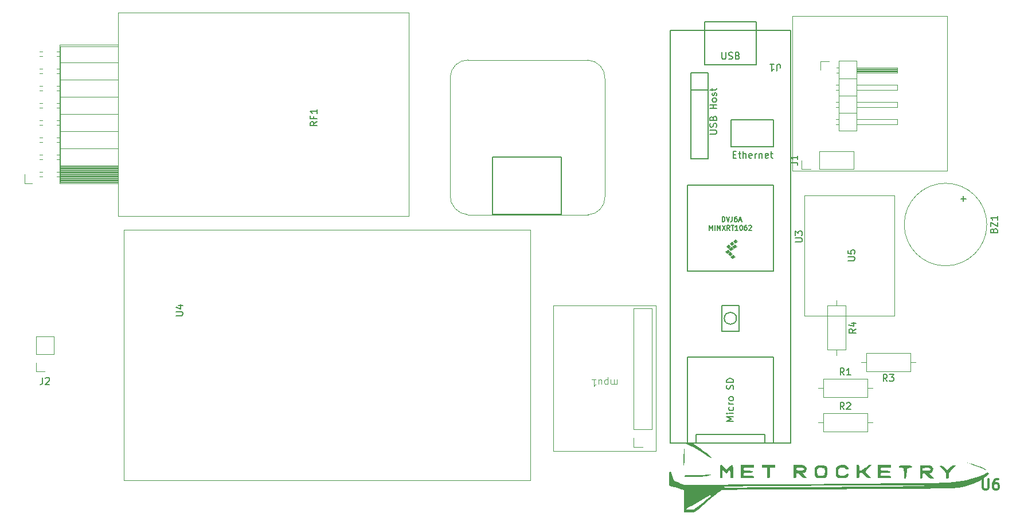
<source format=gto>
G04 #@! TF.GenerationSoftware,KiCad,Pcbnew,8.0.3*
G04 #@! TF.CreationDate,2024-07-05T00:01:19-04:00*
G04 #@! TF.ProjectId,rrc_pcb2,7272635f-7063-4623-922e-6b696361645f,3*
G04 #@! TF.SameCoordinates,Original*
G04 #@! TF.FileFunction,Legend,Top*
G04 #@! TF.FilePolarity,Positive*
%FSLAX46Y46*%
G04 Gerber Fmt 4.6, Leading zero omitted, Abs format (unit mm)*
G04 Created by KiCad (PCBNEW 8.0.3) date 2024-07-05 00:01:19*
%MOMM*%
%LPD*%
G01*
G04 APERTURE LIST*
%ADD10C,0.150000*%
%ADD11C,0.300000*%
%ADD12C,0.100000*%
%ADD13C,0.120000*%
%ADD14C,0.000000*%
%ADD15C,0.050000*%
%ADD16C,0.127000*%
%ADD17C,1.600000*%
%ADD18O,1.600000X1.600000*%
%ADD19R,1.700000X1.700000*%
%ADD20O,1.700000X1.700000*%
%ADD21R,1.600000X1.600000*%
%ADD22C,1.300000*%
%ADD23R,1.300000X1.300000*%
%ADD24C,1.700000*%
%ADD25R,2.000000X2.000000*%
%ADD26C,2.000000*%
%ADD27C,2.100000*%
%ADD28O,2.286000X4.470400*%
%ADD29C,1.801600*%
G04 APERTURE END LIST*
D10*
X171283333Y-76484819D02*
X170950000Y-76008628D01*
X170711905Y-76484819D02*
X170711905Y-75484819D01*
X170711905Y-75484819D02*
X171092857Y-75484819D01*
X171092857Y-75484819D02*
X171188095Y-75532438D01*
X171188095Y-75532438D02*
X171235714Y-75580057D01*
X171235714Y-75580057D02*
X171283333Y-75675295D01*
X171283333Y-75675295D02*
X171283333Y-75818152D01*
X171283333Y-75818152D02*
X171235714Y-75913390D01*
X171235714Y-75913390D02*
X171188095Y-75961009D01*
X171188095Y-75961009D02*
X171092857Y-76008628D01*
X171092857Y-76008628D02*
X170711905Y-76008628D01*
X171616667Y-75484819D02*
X172235714Y-75484819D01*
X172235714Y-75484819D02*
X171902381Y-75865771D01*
X171902381Y-75865771D02*
X172045238Y-75865771D01*
X172045238Y-75865771D02*
X172140476Y-75913390D01*
X172140476Y-75913390D02*
X172188095Y-75961009D01*
X172188095Y-75961009D02*
X172235714Y-76056247D01*
X172235714Y-76056247D02*
X172235714Y-76294342D01*
X172235714Y-76294342D02*
X172188095Y-76389580D01*
X172188095Y-76389580D02*
X172140476Y-76437200D01*
X172140476Y-76437200D02*
X172045238Y-76484819D01*
X172045238Y-76484819D02*
X171759524Y-76484819D01*
X171759524Y-76484819D02*
X171664286Y-76437200D01*
X171664286Y-76437200D02*
X171616667Y-76389580D01*
X166654819Y-68746666D02*
X166178628Y-69079999D01*
X166654819Y-69318094D02*
X165654819Y-69318094D01*
X165654819Y-69318094D02*
X165654819Y-68937142D01*
X165654819Y-68937142D02*
X165702438Y-68841904D01*
X165702438Y-68841904D02*
X165750057Y-68794285D01*
X165750057Y-68794285D02*
X165845295Y-68746666D01*
X165845295Y-68746666D02*
X165988152Y-68746666D01*
X165988152Y-68746666D02*
X166083390Y-68794285D01*
X166083390Y-68794285D02*
X166131009Y-68841904D01*
X166131009Y-68841904D02*
X166178628Y-68937142D01*
X166178628Y-68937142D02*
X166178628Y-69318094D01*
X165988152Y-67889523D02*
X166654819Y-67889523D01*
X165607200Y-68127618D02*
X166321485Y-68365713D01*
X166321485Y-68365713D02*
X166321485Y-67746666D01*
X46576666Y-75949819D02*
X46576666Y-76664104D01*
X46576666Y-76664104D02*
X46529047Y-76806961D01*
X46529047Y-76806961D02*
X46433809Y-76902200D01*
X46433809Y-76902200D02*
X46290952Y-76949819D01*
X46290952Y-76949819D02*
X46195714Y-76949819D01*
X47005238Y-76045057D02*
X47052857Y-75997438D01*
X47052857Y-75997438D02*
X47148095Y-75949819D01*
X47148095Y-75949819D02*
X47386190Y-75949819D01*
X47386190Y-75949819D02*
X47481428Y-75997438D01*
X47481428Y-75997438D02*
X47529047Y-76045057D01*
X47529047Y-76045057D02*
X47576666Y-76140295D01*
X47576666Y-76140295D02*
X47576666Y-76235533D01*
X47576666Y-76235533D02*
X47529047Y-76378390D01*
X47529047Y-76378390D02*
X46957619Y-76949819D01*
X46957619Y-76949819D02*
X47576666Y-76949819D01*
X157749645Y-55879187D02*
X158559168Y-55879187D01*
X158559168Y-55879187D02*
X158654406Y-55831568D01*
X158654406Y-55831568D02*
X158702026Y-55783949D01*
X158702026Y-55783949D02*
X158749645Y-55688711D01*
X158749645Y-55688711D02*
X158749645Y-55498235D01*
X158749645Y-55498235D02*
X158702026Y-55402997D01*
X158702026Y-55402997D02*
X158654406Y-55355378D01*
X158654406Y-55355378D02*
X158559168Y-55307759D01*
X158559168Y-55307759D02*
X157749645Y-55307759D01*
X157749645Y-54926806D02*
X157749645Y-54307759D01*
X157749645Y-54307759D02*
X158130597Y-54641092D01*
X158130597Y-54641092D02*
X158130597Y-54498235D01*
X158130597Y-54498235D02*
X158178216Y-54402997D01*
X158178216Y-54402997D02*
X158225835Y-54355378D01*
X158225835Y-54355378D02*
X158321073Y-54307759D01*
X158321073Y-54307759D02*
X158559168Y-54307759D01*
X158559168Y-54307759D02*
X158654406Y-54355378D01*
X158654406Y-54355378D02*
X158702026Y-54402997D01*
X158702026Y-54402997D02*
X158749645Y-54498235D01*
X158749645Y-54498235D02*
X158749645Y-54783949D01*
X158749645Y-54783949D02*
X158702026Y-54879187D01*
X158702026Y-54879187D02*
X158654406Y-54926806D01*
X148589645Y-82366330D02*
X147589645Y-82366330D01*
X147589645Y-82366330D02*
X148303930Y-82032997D01*
X148303930Y-82032997D02*
X147589645Y-81699664D01*
X147589645Y-81699664D02*
X148589645Y-81699664D01*
X148589645Y-81223473D02*
X147922978Y-81223473D01*
X147589645Y-81223473D02*
X147637264Y-81271092D01*
X147637264Y-81271092D02*
X147684883Y-81223473D01*
X147684883Y-81223473D02*
X147637264Y-81175854D01*
X147637264Y-81175854D02*
X147589645Y-81223473D01*
X147589645Y-81223473D02*
X147684883Y-81223473D01*
X148542026Y-80318712D02*
X148589645Y-80413950D01*
X148589645Y-80413950D02*
X148589645Y-80604426D01*
X148589645Y-80604426D02*
X148542026Y-80699664D01*
X148542026Y-80699664D02*
X148494406Y-80747283D01*
X148494406Y-80747283D02*
X148399168Y-80794902D01*
X148399168Y-80794902D02*
X148113454Y-80794902D01*
X148113454Y-80794902D02*
X148018216Y-80747283D01*
X148018216Y-80747283D02*
X147970597Y-80699664D01*
X147970597Y-80699664D02*
X147922978Y-80604426D01*
X147922978Y-80604426D02*
X147922978Y-80413950D01*
X147922978Y-80413950D02*
X147970597Y-80318712D01*
X148589645Y-79890140D02*
X147922978Y-79890140D01*
X148113454Y-79890140D02*
X148018216Y-79842521D01*
X148018216Y-79842521D02*
X147970597Y-79794902D01*
X147970597Y-79794902D02*
X147922978Y-79699664D01*
X147922978Y-79699664D02*
X147922978Y-79604426D01*
X148589645Y-79128235D02*
X148542026Y-79223473D01*
X148542026Y-79223473D02*
X148494406Y-79271092D01*
X148494406Y-79271092D02*
X148399168Y-79318711D01*
X148399168Y-79318711D02*
X148113454Y-79318711D01*
X148113454Y-79318711D02*
X148018216Y-79271092D01*
X148018216Y-79271092D02*
X147970597Y-79223473D01*
X147970597Y-79223473D02*
X147922978Y-79128235D01*
X147922978Y-79128235D02*
X147922978Y-78985378D01*
X147922978Y-78985378D02*
X147970597Y-78890140D01*
X147970597Y-78890140D02*
X148018216Y-78842521D01*
X148018216Y-78842521D02*
X148113454Y-78794902D01*
X148113454Y-78794902D02*
X148399168Y-78794902D01*
X148399168Y-78794902D02*
X148494406Y-78842521D01*
X148494406Y-78842521D02*
X148542026Y-78890140D01*
X148542026Y-78890140D02*
X148589645Y-78985378D01*
X148589645Y-78985378D02*
X148589645Y-79128235D01*
X148542026Y-77652044D02*
X148589645Y-77509187D01*
X148589645Y-77509187D02*
X148589645Y-77271092D01*
X148589645Y-77271092D02*
X148542026Y-77175854D01*
X148542026Y-77175854D02*
X148494406Y-77128235D01*
X148494406Y-77128235D02*
X148399168Y-77080616D01*
X148399168Y-77080616D02*
X148303930Y-77080616D01*
X148303930Y-77080616D02*
X148208692Y-77128235D01*
X148208692Y-77128235D02*
X148161073Y-77175854D01*
X148161073Y-77175854D02*
X148113454Y-77271092D01*
X148113454Y-77271092D02*
X148065835Y-77461568D01*
X148065835Y-77461568D02*
X148018216Y-77556806D01*
X148018216Y-77556806D02*
X147970597Y-77604425D01*
X147970597Y-77604425D02*
X147875359Y-77652044D01*
X147875359Y-77652044D02*
X147780121Y-77652044D01*
X147780121Y-77652044D02*
X147684883Y-77604425D01*
X147684883Y-77604425D02*
X147637264Y-77556806D01*
X147637264Y-77556806D02*
X147589645Y-77461568D01*
X147589645Y-77461568D02*
X147589645Y-77223473D01*
X147589645Y-77223473D02*
X147637264Y-77080616D01*
X148589645Y-76652044D02*
X147589645Y-76652044D01*
X147589645Y-76652044D02*
X147589645Y-76413949D01*
X147589645Y-76413949D02*
X147637264Y-76271092D01*
X147637264Y-76271092D02*
X147732502Y-76175854D01*
X147732502Y-76175854D02*
X147827740Y-76128235D01*
X147827740Y-76128235D02*
X148018216Y-76080616D01*
X148018216Y-76080616D02*
X148161073Y-76080616D01*
X148161073Y-76080616D02*
X148351549Y-76128235D01*
X148351549Y-76128235D02*
X148446787Y-76175854D01*
X148446787Y-76175854D02*
X148542026Y-76271092D01*
X148542026Y-76271092D02*
X148589645Y-76413949D01*
X148589645Y-76413949D02*
X148589645Y-76652044D01*
X145051492Y-54163316D02*
X145051492Y-53463316D01*
X145051492Y-53463316D02*
X145284826Y-53963316D01*
X145284826Y-53963316D02*
X145518159Y-53463316D01*
X145518159Y-53463316D02*
X145518159Y-54163316D01*
X145851492Y-54163316D02*
X145851492Y-53463316D01*
X146184825Y-54163316D02*
X146184825Y-53463316D01*
X146184825Y-53463316D02*
X146418159Y-53963316D01*
X146418159Y-53963316D02*
X146651492Y-53463316D01*
X146651492Y-53463316D02*
X146651492Y-54163316D01*
X146918159Y-53463316D02*
X147384825Y-54163316D01*
X147384825Y-53463316D02*
X146918159Y-54163316D01*
X148051492Y-54163316D02*
X147818159Y-53829983D01*
X147651492Y-54163316D02*
X147651492Y-53463316D01*
X147651492Y-53463316D02*
X147918159Y-53463316D01*
X147918159Y-53463316D02*
X147984826Y-53496649D01*
X147984826Y-53496649D02*
X148018159Y-53529983D01*
X148018159Y-53529983D02*
X148051492Y-53596649D01*
X148051492Y-53596649D02*
X148051492Y-53696649D01*
X148051492Y-53696649D02*
X148018159Y-53763316D01*
X148018159Y-53763316D02*
X147984826Y-53796649D01*
X147984826Y-53796649D02*
X147918159Y-53829983D01*
X147918159Y-53829983D02*
X147651492Y-53829983D01*
X148251492Y-53463316D02*
X148651492Y-53463316D01*
X148451492Y-54163316D02*
X148451492Y-53463316D01*
X149251492Y-54163316D02*
X148851492Y-54163316D01*
X149051492Y-54163316D02*
X149051492Y-53463316D01*
X149051492Y-53463316D02*
X148984825Y-53563316D01*
X148984825Y-53563316D02*
X148918159Y-53629983D01*
X148918159Y-53629983D02*
X148851492Y-53663316D01*
X149684826Y-53463316D02*
X149751492Y-53463316D01*
X149751492Y-53463316D02*
X149818159Y-53496649D01*
X149818159Y-53496649D02*
X149851492Y-53529983D01*
X149851492Y-53529983D02*
X149884826Y-53596649D01*
X149884826Y-53596649D02*
X149918159Y-53729983D01*
X149918159Y-53729983D02*
X149918159Y-53896649D01*
X149918159Y-53896649D02*
X149884826Y-54029983D01*
X149884826Y-54029983D02*
X149851492Y-54096649D01*
X149851492Y-54096649D02*
X149818159Y-54129983D01*
X149818159Y-54129983D02*
X149751492Y-54163316D01*
X149751492Y-54163316D02*
X149684826Y-54163316D01*
X149684826Y-54163316D02*
X149618159Y-54129983D01*
X149618159Y-54129983D02*
X149584826Y-54096649D01*
X149584826Y-54096649D02*
X149551492Y-54029983D01*
X149551492Y-54029983D02*
X149518159Y-53896649D01*
X149518159Y-53896649D02*
X149518159Y-53729983D01*
X149518159Y-53729983D02*
X149551492Y-53596649D01*
X149551492Y-53596649D02*
X149584826Y-53529983D01*
X149584826Y-53529983D02*
X149618159Y-53496649D01*
X149618159Y-53496649D02*
X149684826Y-53463316D01*
X150518159Y-53463316D02*
X150384826Y-53463316D01*
X150384826Y-53463316D02*
X150318159Y-53496649D01*
X150318159Y-53496649D02*
X150284826Y-53529983D01*
X150284826Y-53529983D02*
X150218159Y-53629983D01*
X150218159Y-53629983D02*
X150184826Y-53763316D01*
X150184826Y-53763316D02*
X150184826Y-54029983D01*
X150184826Y-54029983D02*
X150218159Y-54096649D01*
X150218159Y-54096649D02*
X150251493Y-54129983D01*
X150251493Y-54129983D02*
X150318159Y-54163316D01*
X150318159Y-54163316D02*
X150451493Y-54163316D01*
X150451493Y-54163316D02*
X150518159Y-54129983D01*
X150518159Y-54129983D02*
X150551493Y-54096649D01*
X150551493Y-54096649D02*
X150584826Y-54029983D01*
X150584826Y-54029983D02*
X150584826Y-53863316D01*
X150584826Y-53863316D02*
X150551493Y-53796649D01*
X150551493Y-53796649D02*
X150518159Y-53763316D01*
X150518159Y-53763316D02*
X150451493Y-53729983D01*
X150451493Y-53729983D02*
X150318159Y-53729983D01*
X150318159Y-53729983D02*
X150251493Y-53763316D01*
X150251493Y-53763316D02*
X150218159Y-53796649D01*
X150218159Y-53796649D02*
X150184826Y-53863316D01*
X150851493Y-53529983D02*
X150884826Y-53496649D01*
X150884826Y-53496649D02*
X150951493Y-53463316D01*
X150951493Y-53463316D02*
X151118160Y-53463316D01*
X151118160Y-53463316D02*
X151184826Y-53496649D01*
X151184826Y-53496649D02*
X151218160Y-53529983D01*
X151218160Y-53529983D02*
X151251493Y-53596649D01*
X151251493Y-53596649D02*
X151251493Y-53663316D01*
X151251493Y-53663316D02*
X151218160Y-53763316D01*
X151218160Y-53763316D02*
X150818160Y-54163316D01*
X150818160Y-54163316D02*
X151251493Y-54163316D01*
X145100445Y-39961006D02*
X145909968Y-39961006D01*
X145909968Y-39961006D02*
X146005206Y-39913387D01*
X146005206Y-39913387D02*
X146052826Y-39865768D01*
X146052826Y-39865768D02*
X146100445Y-39770530D01*
X146100445Y-39770530D02*
X146100445Y-39580054D01*
X146100445Y-39580054D02*
X146052826Y-39484816D01*
X146052826Y-39484816D02*
X146005206Y-39437197D01*
X146005206Y-39437197D02*
X145909968Y-39389578D01*
X145909968Y-39389578D02*
X145100445Y-39389578D01*
X146052826Y-38961006D02*
X146100445Y-38818149D01*
X146100445Y-38818149D02*
X146100445Y-38580054D01*
X146100445Y-38580054D02*
X146052826Y-38484816D01*
X146052826Y-38484816D02*
X146005206Y-38437197D01*
X146005206Y-38437197D02*
X145909968Y-38389578D01*
X145909968Y-38389578D02*
X145814730Y-38389578D01*
X145814730Y-38389578D02*
X145719492Y-38437197D01*
X145719492Y-38437197D02*
X145671873Y-38484816D01*
X145671873Y-38484816D02*
X145624254Y-38580054D01*
X145624254Y-38580054D02*
X145576635Y-38770530D01*
X145576635Y-38770530D02*
X145529016Y-38865768D01*
X145529016Y-38865768D02*
X145481397Y-38913387D01*
X145481397Y-38913387D02*
X145386159Y-38961006D01*
X145386159Y-38961006D02*
X145290921Y-38961006D01*
X145290921Y-38961006D02*
X145195683Y-38913387D01*
X145195683Y-38913387D02*
X145148064Y-38865768D01*
X145148064Y-38865768D02*
X145100445Y-38770530D01*
X145100445Y-38770530D02*
X145100445Y-38532435D01*
X145100445Y-38532435D02*
X145148064Y-38389578D01*
X145576635Y-37627673D02*
X145624254Y-37484816D01*
X145624254Y-37484816D02*
X145671873Y-37437197D01*
X145671873Y-37437197D02*
X145767111Y-37389578D01*
X145767111Y-37389578D02*
X145909968Y-37389578D01*
X145909968Y-37389578D02*
X146005206Y-37437197D01*
X146005206Y-37437197D02*
X146052826Y-37484816D01*
X146052826Y-37484816D02*
X146100445Y-37580054D01*
X146100445Y-37580054D02*
X146100445Y-37961006D01*
X146100445Y-37961006D02*
X145100445Y-37961006D01*
X145100445Y-37961006D02*
X145100445Y-37627673D01*
X145100445Y-37627673D02*
X145148064Y-37532435D01*
X145148064Y-37532435D02*
X145195683Y-37484816D01*
X145195683Y-37484816D02*
X145290921Y-37437197D01*
X145290921Y-37437197D02*
X145386159Y-37437197D01*
X145386159Y-37437197D02*
X145481397Y-37484816D01*
X145481397Y-37484816D02*
X145529016Y-37532435D01*
X145529016Y-37532435D02*
X145576635Y-37627673D01*
X145576635Y-37627673D02*
X145576635Y-37961006D01*
X146100445Y-36199101D02*
X145100445Y-36199101D01*
X145576635Y-36199101D02*
X145576635Y-35627673D01*
X146100445Y-35627673D02*
X145100445Y-35627673D01*
X146100445Y-35008625D02*
X146052826Y-35103863D01*
X146052826Y-35103863D02*
X146005206Y-35151482D01*
X146005206Y-35151482D02*
X145909968Y-35199101D01*
X145909968Y-35199101D02*
X145624254Y-35199101D01*
X145624254Y-35199101D02*
X145529016Y-35151482D01*
X145529016Y-35151482D02*
X145481397Y-35103863D01*
X145481397Y-35103863D02*
X145433778Y-35008625D01*
X145433778Y-35008625D02*
X145433778Y-34865768D01*
X145433778Y-34865768D02*
X145481397Y-34770530D01*
X145481397Y-34770530D02*
X145529016Y-34722911D01*
X145529016Y-34722911D02*
X145624254Y-34675292D01*
X145624254Y-34675292D02*
X145909968Y-34675292D01*
X145909968Y-34675292D02*
X146005206Y-34722911D01*
X146005206Y-34722911D02*
X146052826Y-34770530D01*
X146052826Y-34770530D02*
X146100445Y-34865768D01*
X146100445Y-34865768D02*
X146100445Y-35008625D01*
X146052826Y-34294339D02*
X146100445Y-34199101D01*
X146100445Y-34199101D02*
X146100445Y-34008625D01*
X146100445Y-34008625D02*
X146052826Y-33913387D01*
X146052826Y-33913387D02*
X145957587Y-33865768D01*
X145957587Y-33865768D02*
X145909968Y-33865768D01*
X145909968Y-33865768D02*
X145814730Y-33913387D01*
X145814730Y-33913387D02*
X145767111Y-34008625D01*
X145767111Y-34008625D02*
X145767111Y-34151482D01*
X145767111Y-34151482D02*
X145719492Y-34246720D01*
X145719492Y-34246720D02*
X145624254Y-34294339D01*
X145624254Y-34294339D02*
X145576635Y-34294339D01*
X145576635Y-34294339D02*
X145481397Y-34246720D01*
X145481397Y-34246720D02*
X145433778Y-34151482D01*
X145433778Y-34151482D02*
X145433778Y-34008625D01*
X145433778Y-34008625D02*
X145481397Y-33913387D01*
X145433778Y-33580053D02*
X145433778Y-33199101D01*
X145100445Y-33437196D02*
X145957587Y-33437196D01*
X145957587Y-33437196D02*
X146052826Y-33389577D01*
X146052826Y-33389577D02*
X146100445Y-33294339D01*
X146100445Y-33294339D02*
X146100445Y-33199101D01*
X146872921Y-27902102D02*
X146872921Y-28711625D01*
X146872921Y-28711625D02*
X146920540Y-28806863D01*
X146920540Y-28806863D02*
X146968159Y-28854483D01*
X146968159Y-28854483D02*
X147063397Y-28902102D01*
X147063397Y-28902102D02*
X147253873Y-28902102D01*
X147253873Y-28902102D02*
X147349111Y-28854483D01*
X147349111Y-28854483D02*
X147396730Y-28806863D01*
X147396730Y-28806863D02*
X147444349Y-28711625D01*
X147444349Y-28711625D02*
X147444349Y-27902102D01*
X147872921Y-28854483D02*
X148015778Y-28902102D01*
X148015778Y-28902102D02*
X148253873Y-28902102D01*
X148253873Y-28902102D02*
X148349111Y-28854483D01*
X148349111Y-28854483D02*
X148396730Y-28806863D01*
X148396730Y-28806863D02*
X148444349Y-28711625D01*
X148444349Y-28711625D02*
X148444349Y-28616387D01*
X148444349Y-28616387D02*
X148396730Y-28521149D01*
X148396730Y-28521149D02*
X148349111Y-28473530D01*
X148349111Y-28473530D02*
X148253873Y-28425911D01*
X148253873Y-28425911D02*
X148063397Y-28378292D01*
X148063397Y-28378292D02*
X147968159Y-28330673D01*
X147968159Y-28330673D02*
X147920540Y-28283054D01*
X147920540Y-28283054D02*
X147872921Y-28187816D01*
X147872921Y-28187816D02*
X147872921Y-28092578D01*
X147872921Y-28092578D02*
X147920540Y-27997340D01*
X147920540Y-27997340D02*
X147968159Y-27949721D01*
X147968159Y-27949721D02*
X148063397Y-27902102D01*
X148063397Y-27902102D02*
X148301492Y-27902102D01*
X148301492Y-27902102D02*
X148444349Y-27949721D01*
X149206254Y-28378292D02*
X149349111Y-28425911D01*
X149349111Y-28425911D02*
X149396730Y-28473530D01*
X149396730Y-28473530D02*
X149444349Y-28568768D01*
X149444349Y-28568768D02*
X149444349Y-28711625D01*
X149444349Y-28711625D02*
X149396730Y-28806863D01*
X149396730Y-28806863D02*
X149349111Y-28854483D01*
X149349111Y-28854483D02*
X149253873Y-28902102D01*
X149253873Y-28902102D02*
X148872921Y-28902102D01*
X148872921Y-28902102D02*
X148872921Y-27902102D01*
X148872921Y-27902102D02*
X149206254Y-27902102D01*
X149206254Y-27902102D02*
X149301492Y-27949721D01*
X149301492Y-27949721D02*
X149349111Y-27997340D01*
X149349111Y-27997340D02*
X149396730Y-28092578D01*
X149396730Y-28092578D02*
X149396730Y-28187816D01*
X149396730Y-28187816D02*
X149349111Y-28283054D01*
X149349111Y-28283054D02*
X149301492Y-28330673D01*
X149301492Y-28330673D02*
X149206254Y-28378292D01*
X149206254Y-28378292D02*
X148872921Y-28378292D01*
X148554282Y-42983292D02*
X148887615Y-42983292D01*
X149030472Y-43507102D02*
X148554282Y-43507102D01*
X148554282Y-43507102D02*
X148554282Y-42507102D01*
X148554282Y-42507102D02*
X149030472Y-42507102D01*
X149316187Y-42840435D02*
X149697139Y-42840435D01*
X149459044Y-42507102D02*
X149459044Y-43364244D01*
X149459044Y-43364244D02*
X149506663Y-43459483D01*
X149506663Y-43459483D02*
X149601901Y-43507102D01*
X149601901Y-43507102D02*
X149697139Y-43507102D01*
X150030473Y-43507102D02*
X150030473Y-42507102D01*
X150459044Y-43507102D02*
X150459044Y-42983292D01*
X150459044Y-42983292D02*
X150411425Y-42888054D01*
X150411425Y-42888054D02*
X150316187Y-42840435D01*
X150316187Y-42840435D02*
X150173330Y-42840435D01*
X150173330Y-42840435D02*
X150078092Y-42888054D01*
X150078092Y-42888054D02*
X150030473Y-42935673D01*
X151316187Y-43459483D02*
X151220949Y-43507102D01*
X151220949Y-43507102D02*
X151030473Y-43507102D01*
X151030473Y-43507102D02*
X150935235Y-43459483D01*
X150935235Y-43459483D02*
X150887616Y-43364244D01*
X150887616Y-43364244D02*
X150887616Y-42983292D01*
X150887616Y-42983292D02*
X150935235Y-42888054D01*
X150935235Y-42888054D02*
X151030473Y-42840435D01*
X151030473Y-42840435D02*
X151220949Y-42840435D01*
X151220949Y-42840435D02*
X151316187Y-42888054D01*
X151316187Y-42888054D02*
X151363806Y-42983292D01*
X151363806Y-42983292D02*
X151363806Y-43078530D01*
X151363806Y-43078530D02*
X150887616Y-43173768D01*
X151792378Y-43507102D02*
X151792378Y-42840435D01*
X151792378Y-43030911D02*
X151839997Y-42935673D01*
X151839997Y-42935673D02*
X151887616Y-42888054D01*
X151887616Y-42888054D02*
X151982854Y-42840435D01*
X151982854Y-42840435D02*
X152078092Y-42840435D01*
X152411426Y-42840435D02*
X152411426Y-43507102D01*
X152411426Y-42935673D02*
X152459045Y-42888054D01*
X152459045Y-42888054D02*
X152554283Y-42840435D01*
X152554283Y-42840435D02*
X152697140Y-42840435D01*
X152697140Y-42840435D02*
X152792378Y-42888054D01*
X152792378Y-42888054D02*
X152839997Y-42983292D01*
X152839997Y-42983292D02*
X152839997Y-43507102D01*
X153697140Y-43459483D02*
X153601902Y-43507102D01*
X153601902Y-43507102D02*
X153411426Y-43507102D01*
X153411426Y-43507102D02*
X153316188Y-43459483D01*
X153316188Y-43459483D02*
X153268569Y-43364244D01*
X153268569Y-43364244D02*
X153268569Y-42983292D01*
X153268569Y-42983292D02*
X153316188Y-42888054D01*
X153316188Y-42888054D02*
X153411426Y-42840435D01*
X153411426Y-42840435D02*
X153601902Y-42840435D01*
X153601902Y-42840435D02*
X153697140Y-42888054D01*
X153697140Y-42888054D02*
X153744759Y-42983292D01*
X153744759Y-42983292D02*
X153744759Y-43078530D01*
X153744759Y-43078530D02*
X153268569Y-43173768D01*
X154030474Y-42840435D02*
X154411426Y-42840435D01*
X154173331Y-42507102D02*
X154173331Y-43364244D01*
X154173331Y-43364244D02*
X154220950Y-43459483D01*
X154220950Y-43459483D02*
X154316188Y-43507102D01*
X154316188Y-43507102D02*
X154411426Y-43507102D01*
X146931492Y-52893316D02*
X146931492Y-52193316D01*
X146931492Y-52193316D02*
X147098159Y-52193316D01*
X147098159Y-52193316D02*
X147198159Y-52226649D01*
X147198159Y-52226649D02*
X147264826Y-52293316D01*
X147264826Y-52293316D02*
X147298159Y-52359983D01*
X147298159Y-52359983D02*
X147331492Y-52493316D01*
X147331492Y-52493316D02*
X147331492Y-52593316D01*
X147331492Y-52593316D02*
X147298159Y-52726649D01*
X147298159Y-52726649D02*
X147264826Y-52793316D01*
X147264826Y-52793316D02*
X147198159Y-52859983D01*
X147198159Y-52859983D02*
X147098159Y-52893316D01*
X147098159Y-52893316D02*
X146931492Y-52893316D01*
X147531492Y-52193316D02*
X147764826Y-52893316D01*
X147764826Y-52893316D02*
X147998159Y-52193316D01*
X148431492Y-52193316D02*
X148431492Y-52693316D01*
X148431492Y-52693316D02*
X148398159Y-52793316D01*
X148398159Y-52793316D02*
X148331492Y-52859983D01*
X148331492Y-52859983D02*
X148231492Y-52893316D01*
X148231492Y-52893316D02*
X148164826Y-52893316D01*
X149064825Y-52193316D02*
X148931492Y-52193316D01*
X148931492Y-52193316D02*
X148864825Y-52226649D01*
X148864825Y-52226649D02*
X148831492Y-52259983D01*
X148831492Y-52259983D02*
X148764825Y-52359983D01*
X148764825Y-52359983D02*
X148731492Y-52493316D01*
X148731492Y-52493316D02*
X148731492Y-52759983D01*
X148731492Y-52759983D02*
X148764825Y-52826649D01*
X148764825Y-52826649D02*
X148798159Y-52859983D01*
X148798159Y-52859983D02*
X148864825Y-52893316D01*
X148864825Y-52893316D02*
X148998159Y-52893316D01*
X148998159Y-52893316D02*
X149064825Y-52859983D01*
X149064825Y-52859983D02*
X149098159Y-52826649D01*
X149098159Y-52826649D02*
X149131492Y-52759983D01*
X149131492Y-52759983D02*
X149131492Y-52593316D01*
X149131492Y-52593316D02*
X149098159Y-52526649D01*
X149098159Y-52526649D02*
X149064825Y-52493316D01*
X149064825Y-52493316D02*
X148998159Y-52459983D01*
X148998159Y-52459983D02*
X148864825Y-52459983D01*
X148864825Y-52459983D02*
X148798159Y-52493316D01*
X148798159Y-52493316D02*
X148764825Y-52526649D01*
X148764825Y-52526649D02*
X148731492Y-52593316D01*
X149398159Y-52693316D02*
X149731492Y-52693316D01*
X149331492Y-52893316D02*
X149564826Y-52193316D01*
X149564826Y-52193316D02*
X149798159Y-52893316D01*
X157086513Y-44168906D02*
X157800798Y-44168906D01*
X157800798Y-44168906D02*
X157943655Y-44216525D01*
X157943655Y-44216525D02*
X158038894Y-44311763D01*
X158038894Y-44311763D02*
X158086513Y-44454620D01*
X158086513Y-44454620D02*
X158086513Y-44549858D01*
X158086513Y-43168906D02*
X158086513Y-43740334D01*
X158086513Y-43454620D02*
X157086513Y-43454620D01*
X157086513Y-43454620D02*
X157229370Y-43549858D01*
X157229370Y-43549858D02*
X157324608Y-43645096D01*
X157324608Y-43645096D02*
X157372227Y-43740334D01*
X165506607Y-58648478D02*
X166316130Y-58648478D01*
X166316130Y-58648478D02*
X166411368Y-58600859D01*
X166411368Y-58600859D02*
X166458988Y-58553240D01*
X166458988Y-58553240D02*
X166506607Y-58458002D01*
X166506607Y-58458002D02*
X166506607Y-58267526D01*
X166506607Y-58267526D02*
X166458988Y-58172288D01*
X166458988Y-58172288D02*
X166411368Y-58124669D01*
X166411368Y-58124669D02*
X166316130Y-58077050D01*
X166316130Y-58077050D02*
X165506607Y-58077050D01*
X165506607Y-57124669D02*
X165506607Y-57600859D01*
X165506607Y-57600859D02*
X165982797Y-57648478D01*
X165982797Y-57648478D02*
X165935178Y-57600859D01*
X165935178Y-57600859D02*
X165887559Y-57505621D01*
X165887559Y-57505621D02*
X165887559Y-57267526D01*
X165887559Y-57267526D02*
X165935178Y-57172288D01*
X165935178Y-57172288D02*
X165982797Y-57124669D01*
X165982797Y-57124669D02*
X166078035Y-57077050D01*
X166078035Y-57077050D02*
X166316130Y-57077050D01*
X166316130Y-57077050D02*
X166411368Y-57124669D01*
X166411368Y-57124669D02*
X166458988Y-57172288D01*
X166458988Y-57172288D02*
X166506607Y-57267526D01*
X166506607Y-57267526D02*
X166506607Y-57505621D01*
X166506607Y-57505621D02*
X166458988Y-57600859D01*
X166458988Y-57600859D02*
X166411368Y-57648478D01*
X187037958Y-54210951D02*
X187085577Y-54068094D01*
X187085577Y-54068094D02*
X187133196Y-54020475D01*
X187133196Y-54020475D02*
X187228434Y-53972856D01*
X187228434Y-53972856D02*
X187371291Y-53972856D01*
X187371291Y-53972856D02*
X187466529Y-54020475D01*
X187466529Y-54020475D02*
X187514149Y-54068094D01*
X187514149Y-54068094D02*
X187561768Y-54163332D01*
X187561768Y-54163332D02*
X187561768Y-54544284D01*
X187561768Y-54544284D02*
X186561768Y-54544284D01*
X186561768Y-54544284D02*
X186561768Y-54210951D01*
X186561768Y-54210951D02*
X186609387Y-54115713D01*
X186609387Y-54115713D02*
X186657006Y-54068094D01*
X186657006Y-54068094D02*
X186752244Y-54020475D01*
X186752244Y-54020475D02*
X186847482Y-54020475D01*
X186847482Y-54020475D02*
X186942720Y-54068094D01*
X186942720Y-54068094D02*
X186990339Y-54115713D01*
X186990339Y-54115713D02*
X187037958Y-54210951D01*
X187037958Y-54210951D02*
X187037958Y-54544284D01*
X186561768Y-53639522D02*
X186561768Y-52972856D01*
X186561768Y-52972856D02*
X187561768Y-53639522D01*
X187561768Y-53639522D02*
X187561768Y-52972856D01*
X187561768Y-52068094D02*
X187561768Y-52639522D01*
X187561768Y-52353808D02*
X186561768Y-52353808D01*
X186561768Y-52353808D02*
X186704625Y-52449046D01*
X186704625Y-52449046D02*
X186799863Y-52544284D01*
X186799863Y-52544284D02*
X186847482Y-52639522D01*
X182520815Y-49900950D02*
X182520815Y-49139046D01*
X182901768Y-49519998D02*
X182139863Y-49519998D01*
X155546752Y-30682554D02*
X155546752Y-29873031D01*
X155546752Y-29873031D02*
X155499133Y-29777793D01*
X155499133Y-29777793D02*
X155451514Y-29730174D01*
X155451514Y-29730174D02*
X155356276Y-29682554D01*
X155356276Y-29682554D02*
X155165800Y-29682554D01*
X155165800Y-29682554D02*
X155070562Y-29730174D01*
X155070562Y-29730174D02*
X155022943Y-29777793D01*
X155022943Y-29777793D02*
X154975324Y-29873031D01*
X154975324Y-29873031D02*
X154975324Y-30682554D01*
X153975324Y-29682554D02*
X154546752Y-29682554D01*
X154261038Y-29682554D02*
X154261038Y-30682554D01*
X154261038Y-30682554D02*
X154356276Y-30539697D01*
X154356276Y-30539697D02*
X154451514Y-30444459D01*
X154451514Y-30444459D02*
X154546752Y-30396840D01*
D11*
X185403749Y-90967313D02*
X185403749Y-92201027D01*
X185403749Y-92201027D02*
X185476320Y-92346170D01*
X185476320Y-92346170D02*
X185548892Y-92418742D01*
X185548892Y-92418742D02*
X185694034Y-92491313D01*
X185694034Y-92491313D02*
X185984320Y-92491313D01*
X185984320Y-92491313D02*
X186129463Y-92418742D01*
X186129463Y-92418742D02*
X186202034Y-92346170D01*
X186202034Y-92346170D02*
X186274606Y-92201027D01*
X186274606Y-92201027D02*
X186274606Y-90967313D01*
X187653463Y-90967313D02*
X187363177Y-90967313D01*
X187363177Y-90967313D02*
X187218034Y-91039884D01*
X187218034Y-91039884D02*
X187145463Y-91112456D01*
X187145463Y-91112456D02*
X187000320Y-91330170D01*
X187000320Y-91330170D02*
X186927748Y-91620456D01*
X186927748Y-91620456D02*
X186927748Y-92201027D01*
X186927748Y-92201027D02*
X187000320Y-92346170D01*
X187000320Y-92346170D02*
X187072891Y-92418742D01*
X187072891Y-92418742D02*
X187218034Y-92491313D01*
X187218034Y-92491313D02*
X187508320Y-92491313D01*
X187508320Y-92491313D02*
X187653463Y-92418742D01*
X187653463Y-92418742D02*
X187726034Y-92346170D01*
X187726034Y-92346170D02*
X187798605Y-92201027D01*
X187798605Y-92201027D02*
X187798605Y-91838170D01*
X187798605Y-91838170D02*
X187726034Y-91693027D01*
X187726034Y-91693027D02*
X187653463Y-91620456D01*
X187653463Y-91620456D02*
X187508320Y-91547884D01*
X187508320Y-91547884D02*
X187218034Y-91547884D01*
X187218034Y-91547884D02*
X187072891Y-91620456D01*
X187072891Y-91620456D02*
X187000320Y-91693027D01*
X187000320Y-91693027D02*
X186927748Y-91838170D01*
D10*
X164933333Y-75554819D02*
X164600000Y-75078628D01*
X164361905Y-75554819D02*
X164361905Y-74554819D01*
X164361905Y-74554819D02*
X164742857Y-74554819D01*
X164742857Y-74554819D02*
X164838095Y-74602438D01*
X164838095Y-74602438D02*
X164885714Y-74650057D01*
X164885714Y-74650057D02*
X164933333Y-74745295D01*
X164933333Y-74745295D02*
X164933333Y-74888152D01*
X164933333Y-74888152D02*
X164885714Y-74983390D01*
X164885714Y-74983390D02*
X164838095Y-75031009D01*
X164838095Y-75031009D02*
X164742857Y-75078628D01*
X164742857Y-75078628D02*
X164361905Y-75078628D01*
X165885714Y-75554819D02*
X165314286Y-75554819D01*
X165600000Y-75554819D02*
X165600000Y-74554819D01*
X165600000Y-74554819D02*
X165504762Y-74697676D01*
X165504762Y-74697676D02*
X165409524Y-74792914D01*
X165409524Y-74792914D02*
X165314286Y-74840533D01*
X66286269Y-66778621D02*
X67095792Y-66778621D01*
X67095792Y-66778621D02*
X67191030Y-66731002D01*
X67191030Y-66731002D02*
X67238650Y-66683383D01*
X67238650Y-66683383D02*
X67286269Y-66588145D01*
X67286269Y-66588145D02*
X67286269Y-66397669D01*
X67286269Y-66397669D02*
X67238650Y-66302431D01*
X67238650Y-66302431D02*
X67191030Y-66254812D01*
X67191030Y-66254812D02*
X67095792Y-66207193D01*
X67095792Y-66207193D02*
X66286269Y-66207193D01*
X66619602Y-65302431D02*
X67286269Y-65302431D01*
X66238650Y-65540526D02*
X66952935Y-65778621D01*
X66952935Y-65778621D02*
X66952935Y-65159574D01*
X87109360Y-38152385D02*
X86633169Y-38485718D01*
X87109360Y-38723813D02*
X86109360Y-38723813D01*
X86109360Y-38723813D02*
X86109360Y-38342861D01*
X86109360Y-38342861D02*
X86156979Y-38247623D01*
X86156979Y-38247623D02*
X86204598Y-38200004D01*
X86204598Y-38200004D02*
X86299836Y-38152385D01*
X86299836Y-38152385D02*
X86442693Y-38152385D01*
X86442693Y-38152385D02*
X86537931Y-38200004D01*
X86537931Y-38200004D02*
X86585550Y-38247623D01*
X86585550Y-38247623D02*
X86633169Y-38342861D01*
X86633169Y-38342861D02*
X86633169Y-38723813D01*
X86585550Y-37390480D02*
X86585550Y-37723813D01*
X87109360Y-37723813D02*
X86109360Y-37723813D01*
X86109360Y-37723813D02*
X86109360Y-37247623D01*
X87109360Y-36342861D02*
X87109360Y-36914289D01*
X87109360Y-36628575D02*
X86109360Y-36628575D01*
X86109360Y-36628575D02*
X86252217Y-36723813D01*
X86252217Y-36723813D02*
X86347455Y-36819051D01*
X86347455Y-36819051D02*
X86395074Y-36914289D01*
D12*
X131349523Y-76242580D02*
X131349523Y-76909247D01*
X131349523Y-76814009D02*
X131301904Y-76861628D01*
X131301904Y-76861628D02*
X131206666Y-76909247D01*
X131206666Y-76909247D02*
X131063809Y-76909247D01*
X131063809Y-76909247D02*
X130968571Y-76861628D01*
X130968571Y-76861628D02*
X130920952Y-76766390D01*
X130920952Y-76766390D02*
X130920952Y-76242580D01*
X130920952Y-76766390D02*
X130873333Y-76861628D01*
X130873333Y-76861628D02*
X130778095Y-76909247D01*
X130778095Y-76909247D02*
X130635238Y-76909247D01*
X130635238Y-76909247D02*
X130539999Y-76861628D01*
X130539999Y-76861628D02*
X130492380Y-76766390D01*
X130492380Y-76766390D02*
X130492380Y-76242580D01*
X130016190Y-76909247D02*
X130016190Y-75909247D01*
X130016190Y-76861628D02*
X129920952Y-76909247D01*
X129920952Y-76909247D02*
X129730476Y-76909247D01*
X129730476Y-76909247D02*
X129635238Y-76861628D01*
X129635238Y-76861628D02*
X129587619Y-76814009D01*
X129587619Y-76814009D02*
X129540000Y-76718771D01*
X129540000Y-76718771D02*
X129540000Y-76433057D01*
X129540000Y-76433057D02*
X129587619Y-76337819D01*
X129587619Y-76337819D02*
X129635238Y-76290200D01*
X129635238Y-76290200D02*
X129730476Y-76242580D01*
X129730476Y-76242580D02*
X129920952Y-76242580D01*
X129920952Y-76242580D02*
X130016190Y-76290200D01*
X128682857Y-76909247D02*
X128682857Y-76242580D01*
X129111428Y-76909247D02*
X129111428Y-76385438D01*
X129111428Y-76385438D02*
X129063809Y-76290200D01*
X129063809Y-76290200D02*
X128968571Y-76242580D01*
X128968571Y-76242580D02*
X128825714Y-76242580D01*
X128825714Y-76242580D02*
X128730476Y-76290200D01*
X128730476Y-76290200D02*
X128682857Y-76337819D01*
X127682857Y-76242580D02*
X128254285Y-76242580D01*
X127968571Y-76242580D02*
X127968571Y-77242580D01*
X127968571Y-77242580D02*
X128063809Y-77099723D01*
X128063809Y-77099723D02*
X128159047Y-77004485D01*
X128159047Y-77004485D02*
X128254285Y-76956866D01*
D10*
X164933333Y-80634819D02*
X164600000Y-80158628D01*
X164361905Y-80634819D02*
X164361905Y-79634819D01*
X164361905Y-79634819D02*
X164742857Y-79634819D01*
X164742857Y-79634819D02*
X164838095Y-79682438D01*
X164838095Y-79682438D02*
X164885714Y-79730057D01*
X164885714Y-79730057D02*
X164933333Y-79825295D01*
X164933333Y-79825295D02*
X164933333Y-79968152D01*
X164933333Y-79968152D02*
X164885714Y-80063390D01*
X164885714Y-80063390D02*
X164838095Y-80111009D01*
X164838095Y-80111009D02*
X164742857Y-80158628D01*
X164742857Y-80158628D02*
X164361905Y-80158628D01*
X165314286Y-79730057D02*
X165361905Y-79682438D01*
X165361905Y-79682438D02*
X165457143Y-79634819D01*
X165457143Y-79634819D02*
X165695238Y-79634819D01*
X165695238Y-79634819D02*
X165790476Y-79682438D01*
X165790476Y-79682438D02*
X165838095Y-79730057D01*
X165838095Y-79730057D02*
X165885714Y-79825295D01*
X165885714Y-79825295D02*
X165885714Y-79920533D01*
X165885714Y-79920533D02*
X165838095Y-80063390D01*
X165838095Y-80063390D02*
X165266667Y-80634819D01*
X165266667Y-80634819D02*
X165885714Y-80634819D01*
D13*
X167410000Y-73660000D02*
X168180000Y-73660000D01*
X168180000Y-72290000D02*
X168180000Y-75030000D01*
X168180000Y-75030000D02*
X174720000Y-75030000D01*
X174720000Y-72290000D02*
X168180000Y-72290000D01*
X174720000Y-75030000D02*
X174720000Y-72290000D01*
X175490000Y-73660000D02*
X174720000Y-73660000D01*
X162460000Y-65310000D02*
X162460000Y-71850000D01*
X162460000Y-71850000D02*
X165200000Y-71850000D01*
X163830000Y-64540000D02*
X163830000Y-65310000D01*
X163830000Y-72620000D02*
X163830000Y-71850000D01*
X165200000Y-65310000D02*
X162460000Y-65310000D01*
X165200000Y-71850000D02*
X165200000Y-65310000D01*
X45580000Y-72455000D02*
X45580000Y-69855000D01*
X45580000Y-75055000D02*
X45580000Y-73725000D01*
X46910000Y-75055000D02*
X45580000Y-75055000D01*
X48240000Y-69855000D02*
X45580000Y-69855000D01*
X48240000Y-72455000D02*
X45580000Y-72455000D01*
X48240000Y-72455000D02*
X48240000Y-69855000D01*
D10*
X139244826Y-24637283D02*
X157024826Y-24637283D01*
X139244826Y-85597283D02*
X139244826Y-24637283D01*
X141784826Y-47497283D02*
X141784826Y-60197283D01*
X141784826Y-60197283D02*
X154484826Y-60197283D01*
X141784826Y-72897283D02*
X141784826Y-85597283D01*
X142295626Y-30936483D02*
X144835626Y-30936483D01*
X142295626Y-43636483D02*
X142295626Y-30936483D01*
X143054826Y-84327283D02*
X143054826Y-85597283D01*
X144324826Y-23367283D02*
X151944826Y-23367283D01*
X144324826Y-24637283D02*
X144324826Y-23367283D01*
X144324826Y-29717283D02*
X144324826Y-24637283D01*
X144324826Y-29717283D02*
X151944826Y-29717283D01*
X144835626Y-30936483D02*
X144835626Y-33476483D01*
X144835626Y-30936483D02*
X144835626Y-43636483D01*
X144835626Y-33476483D02*
X142295626Y-33476483D01*
X144835626Y-43636483D02*
X142295626Y-43636483D01*
X146864826Y-65277283D02*
X149404826Y-65277283D01*
X146864826Y-69087283D02*
X146864826Y-65277283D01*
X148236426Y-37867283D02*
X148236426Y-41867283D01*
X148236426Y-41867283D02*
X154486426Y-41867283D01*
X149404826Y-65277283D02*
X149404826Y-69087283D01*
X149404826Y-69087283D02*
X146864826Y-69087283D01*
X151944826Y-23367283D02*
X151944826Y-24637283D01*
X151944826Y-29717283D02*
X151944826Y-24637283D01*
X153214826Y-84327283D02*
X143054826Y-84327283D01*
X153214826Y-85597283D02*
X153214826Y-84327283D01*
X154236426Y-37867283D02*
X148236426Y-37867283D01*
X154484826Y-47497283D02*
X141784826Y-47497283D01*
X154484826Y-60197283D02*
X154484826Y-47497283D01*
X154484826Y-72897283D02*
X141784826Y-72897283D01*
X154484826Y-85597283D02*
X154484826Y-72897283D01*
X154486426Y-37867283D02*
X154236426Y-37867283D01*
X154486426Y-41867283D02*
X154486426Y-37867283D01*
X157024826Y-24637283D02*
X157024826Y-85597283D01*
X157024826Y-85597283D02*
X139244826Y-85597283D01*
X149032852Y-67182283D02*
G75*
G02*
X147236800Y-67182283I-898026J0D01*
G01*
X147236800Y-67182283D02*
G75*
G02*
X149032852Y-67182283I898026J0D01*
G01*
D12*
X148060826Y-57298283D02*
X147679826Y-57552283D01*
X147425826Y-57298283D01*
X147806826Y-57044283D01*
X148060826Y-57298283D01*
G36*
X148060826Y-57298283D02*
G01*
X147679826Y-57552283D01*
X147425826Y-57298283D01*
X147806826Y-57044283D01*
X148060826Y-57298283D01*
G37*
X148187826Y-56536283D02*
X147806826Y-56790283D01*
X147552826Y-56536283D01*
X147933826Y-56282283D01*
X148187826Y-56536283D01*
G36*
X148187826Y-56536283D02*
G01*
X147806826Y-56790283D01*
X147552826Y-56536283D01*
X147933826Y-56282283D01*
X148187826Y-56536283D01*
G37*
X148441826Y-57679283D02*
X148060826Y-57933283D01*
X147806826Y-57679283D01*
X148187826Y-57425283D01*
X148441826Y-57679283D01*
G36*
X148441826Y-57679283D02*
G01*
X148060826Y-57933283D01*
X147806826Y-57679283D01*
X148187826Y-57425283D01*
X148441826Y-57679283D01*
G37*
X148568826Y-56917283D02*
X148187826Y-57171283D01*
X147933826Y-56917283D01*
X148314826Y-56663283D01*
X148568826Y-56917283D01*
G36*
X148568826Y-56917283D02*
G01*
X148187826Y-57171283D01*
X147933826Y-56917283D01*
X148314826Y-56663283D01*
X148568826Y-56917283D01*
G37*
X148695826Y-56155283D02*
X148314826Y-56409283D01*
X148060826Y-56155283D01*
X148441826Y-55901283D01*
X148695826Y-56155283D01*
G36*
X148695826Y-56155283D02*
G01*
X148314826Y-56409283D01*
X148060826Y-56155283D01*
X148441826Y-55901283D01*
X148695826Y-56155283D01*
G37*
X148822826Y-58060283D02*
X148441826Y-58314283D01*
X148187826Y-58060283D01*
X148568826Y-57806283D01*
X148822826Y-58060283D01*
G36*
X148822826Y-58060283D02*
G01*
X148441826Y-58314283D01*
X148187826Y-58060283D01*
X148568826Y-57806283D01*
X148822826Y-58060283D01*
G37*
X149076826Y-56536283D02*
X148695826Y-56790283D01*
X148441826Y-56536283D01*
X148822826Y-56282283D01*
X149076826Y-56536283D01*
G36*
X149076826Y-56536283D02*
G01*
X148695826Y-56790283D01*
X148441826Y-56536283D01*
X148822826Y-56282283D01*
X149076826Y-56536283D01*
G37*
X149203826Y-55774283D02*
X148822826Y-56028283D01*
X148568826Y-55774283D01*
X148949826Y-55520283D01*
X149203826Y-55774283D01*
G36*
X149203826Y-55774283D02*
G01*
X148822826Y-56028283D01*
X148568826Y-55774283D01*
X148949826Y-55520283D01*
X149203826Y-55774283D01*
G37*
D13*
X158631694Y-45165573D02*
X158631694Y-43835573D01*
X159961694Y-45165573D02*
X158631694Y-45165573D01*
X161231694Y-42505573D02*
X166371694Y-42505573D01*
X161231694Y-45165573D02*
X161231694Y-42505573D01*
X161231694Y-45165573D02*
X166371694Y-45165573D01*
X166371694Y-45165573D02*
X166371694Y-42505573D01*
X159066788Y-48996574D02*
X159066788Y-66776574D01*
X159066788Y-66776574D02*
X172401788Y-66776574D01*
X172401788Y-48996574D02*
X159066788Y-48996574D01*
X172401788Y-66776574D02*
X172401788Y-48996574D01*
X186006949Y-53329999D02*
G75*
G02*
X173806949Y-53329999I-6100000J0D01*
G01*
X173806949Y-53329999D02*
G75*
G02*
X186006949Y-53329999I6100000J0D01*
G01*
X161424739Y-29236384D02*
X162694739Y-29236384D01*
X161424739Y-30506384D02*
X161424739Y-29236384D01*
X163737668Y-32666384D02*
X164134739Y-32666384D01*
X163737668Y-33426384D02*
X164134739Y-33426384D01*
X163737668Y-35206384D02*
X164134739Y-35206384D01*
X163737668Y-35966384D02*
X164134739Y-35966384D01*
X163737668Y-37746384D02*
X164134739Y-37746384D01*
X163737668Y-38506384D02*
X164134739Y-38506384D01*
X163804739Y-30126384D02*
X164134739Y-30126384D01*
X163804739Y-30886384D02*
X164134739Y-30886384D01*
X164134739Y-29176384D02*
X164134739Y-39456384D01*
X164134739Y-31776384D02*
X166794739Y-31776384D01*
X164134739Y-34316384D02*
X166794739Y-34316384D01*
X164134739Y-36856384D02*
X166794739Y-36856384D01*
X164134739Y-39456384D02*
X166794739Y-39456384D01*
X166794739Y-29176384D02*
X164134739Y-29176384D01*
X166794739Y-30126384D02*
X172794739Y-30126384D01*
X166794739Y-30186384D02*
X172794739Y-30186384D01*
X166794739Y-30306384D02*
X172794739Y-30306384D01*
X166794739Y-30426384D02*
X172794739Y-30426384D01*
X166794739Y-30546384D02*
X172794739Y-30546384D01*
X166794739Y-30666384D02*
X172794739Y-30666384D01*
X166794739Y-30786384D02*
X172794739Y-30786384D01*
X166794739Y-32666384D02*
X172794739Y-32666384D01*
X166794739Y-35206384D02*
X172794739Y-35206384D01*
X166794739Y-37746384D02*
X172794739Y-37746384D01*
X166794739Y-39456384D02*
X166794739Y-29176384D01*
X172794739Y-30126384D02*
X172794739Y-30886384D01*
X172794739Y-30886384D02*
X166794739Y-30886384D01*
X172794739Y-32666384D02*
X172794739Y-33426384D01*
X172794739Y-33426384D02*
X166794739Y-33426384D01*
X172794739Y-35206384D02*
X172794739Y-35966384D01*
X172794739Y-35966384D02*
X166794739Y-35966384D01*
X172794739Y-37746384D02*
X172794739Y-38506384D01*
X172794739Y-38506384D02*
X166794739Y-38506384D01*
X180184848Y-22517374D02*
X157324848Y-22517374D01*
X157324848Y-45377374D01*
X180184848Y-45377374D01*
X180184848Y-22517374D01*
D14*
G36*
X182499792Y-88377436D02*
G01*
X182457459Y-88419770D01*
X182415126Y-88377436D01*
X182457459Y-88335103D01*
X182499792Y-88377436D01*
G37*
G36*
X182894903Y-88447992D02*
G01*
X182883281Y-88498326D01*
X182838459Y-88504436D01*
X182768769Y-88473458D01*
X182782014Y-88447992D01*
X182882494Y-88437859D01*
X182894903Y-88447992D01*
G37*
G36*
X183238862Y-88537950D02*
G01*
X183213611Y-88576432D01*
X183127737Y-88582419D01*
X183037394Y-88561741D01*
X183076584Y-88531266D01*
X183208908Y-88521172D01*
X183238862Y-88537950D01*
G37*
G36*
X141314642Y-86065732D02*
G01*
X141324956Y-86263877D01*
X141333417Y-86630637D01*
X141339804Y-87166299D01*
X141341971Y-87467270D01*
X141341483Y-87971646D01*
X141334316Y-88412568D01*
X141321447Y-88764203D01*
X141303854Y-89000721D01*
X141282516Y-89096292D01*
X141280257Y-89097103D01*
X141259091Y-89016964D01*
X141244247Y-88794468D01*
X141236390Y-88456499D01*
X141236185Y-88029938D01*
X141243055Y-87594270D01*
X141259301Y-86953611D01*
X141274804Y-86480143D01*
X141289344Y-86174150D01*
X141302697Y-86035918D01*
X141314642Y-86065732D01*
G37*
G36*
X183666679Y-88647475D02*
G01*
X184015394Y-88748537D01*
X184209922Y-88808454D01*
X184659738Y-88957923D01*
X185078561Y-89113617D01*
X185437704Y-89263154D01*
X185708480Y-89394154D01*
X185862199Y-89494236D01*
X185886459Y-89531999D01*
X185851308Y-89594835D01*
X185728421Y-89570258D01*
X185505459Y-89460885D01*
X185326642Y-89377335D01*
X185030677Y-89253094D01*
X184659562Y-89105315D01*
X184277792Y-88959544D01*
X183843874Y-88793185D01*
X183565125Y-88677287D01*
X183442223Y-88613361D01*
X183475848Y-88602920D01*
X183666679Y-88647475D01*
G37*
G36*
X144865459Y-90453773D02*
G01*
X144571085Y-90517555D01*
X144235818Y-90562898D01*
X143825718Y-90592445D01*
X143306846Y-90608840D01*
X142806084Y-90614194D01*
X142275017Y-90615527D01*
X141890570Y-90612273D01*
X141630048Y-90602204D01*
X141470753Y-90583091D01*
X141389990Y-90552705D01*
X141365062Y-90508815D01*
X141367866Y-90472936D01*
X141388638Y-90426156D01*
X141444035Y-90390086D01*
X141554054Y-90363170D01*
X141738692Y-90343850D01*
X142017946Y-90330567D01*
X142411811Y-90321765D01*
X142940286Y-90315886D01*
X143427241Y-90312516D01*
X145458126Y-90300262D01*
X144865459Y-90453773D01*
G37*
G36*
X154729126Y-89054770D02*
G01*
X154713334Y-89185385D01*
X154635712Y-89247269D01*
X154450889Y-89265628D01*
X154348126Y-89266436D01*
X153967126Y-89266436D01*
X153967126Y-90028436D01*
X153965440Y-90389153D01*
X153954350Y-90613123D01*
X153924802Y-90732930D01*
X153867747Y-90781160D01*
X153774132Y-90790399D01*
X153755459Y-90790436D01*
X153655260Y-90784369D01*
X153593046Y-90744443D01*
X153559766Y-90638073D01*
X153546369Y-90432674D01*
X153543802Y-90095660D01*
X153543792Y-90028436D01*
X153543792Y-89266436D01*
X153162792Y-89266436D01*
X152927685Y-89257663D01*
X152816294Y-89214540D01*
X152783247Y-89111861D01*
X152781792Y-89054770D01*
X152781792Y-88843103D01*
X154729126Y-88843103D01*
X154729126Y-89054770D01*
G37*
G36*
X142327373Y-85631020D02*
G01*
X142508470Y-85658312D01*
X142686220Y-85724952D01*
X142900719Y-85848248D01*
X143192060Y-86045508D01*
X143376922Y-86175759D01*
X143788393Y-86472397D01*
X144199545Y-86778331D01*
X144585311Y-87073893D01*
X144920622Y-87339420D01*
X145180410Y-87555244D01*
X145339608Y-87701700D01*
X145372995Y-87741685D01*
X145387523Y-87821644D01*
X145284197Y-87808840D01*
X145081572Y-87710840D01*
X144798205Y-87535212D01*
X144696126Y-87465672D01*
X143930283Y-86952634D01*
X143241680Y-86529906D01*
X142645882Y-86206579D01*
X142195572Y-86005667D01*
X141911715Y-85887598D01*
X141702668Y-85782350D01*
X141607758Y-85710101D01*
X141605792Y-85703034D01*
X141682618Y-85661896D01*
X141881935Y-85633870D01*
X142102834Y-85625770D01*
X142327373Y-85631020D01*
G37*
G36*
X180909846Y-89459214D02*
G01*
X180657210Y-89719050D01*
X180501808Y-89903849D01*
X180420053Y-90057216D01*
X180388356Y-90222755D01*
X180383126Y-90432881D01*
X180376927Y-90691100D01*
X180344787Y-90822525D01*
X180266388Y-90869604D01*
X180171459Y-90875103D01*
X180052230Y-90863683D01*
X179988909Y-90802373D01*
X179963810Y-90650598D01*
X179959265Y-90388270D01*
X179953973Y-90140114D01*
X179921919Y-89964426D01*
X179837856Y-89811171D01*
X179676538Y-89630314D01*
X179478644Y-89435770D01*
X179241529Y-89203495D01*
X179113411Y-89063415D01*
X179081692Y-88989876D01*
X179133777Y-88957220D01*
X179236308Y-88942238D01*
X179414404Y-88956572D01*
X179601943Y-89060399D01*
X179826365Y-89260128D01*
X180178664Y-89605884D01*
X180509744Y-89266827D01*
X180743570Y-89054599D01*
X180941778Y-88952094D01*
X181138696Y-88927770D01*
X181436567Y-88927770D01*
X180909846Y-89459214D01*
G37*
G36*
X174409138Y-88929565D02*
G01*
X174686809Y-88938274D01*
X174852455Y-88958879D01*
X174934722Y-88996362D01*
X174962259Y-89055704D01*
X174964459Y-89097103D01*
X174937576Y-89238247D01*
X174900959Y-89273546D01*
X174782270Y-89281596D01*
X174566043Y-89292783D01*
X174498792Y-89295890D01*
X174273234Y-89324130D01*
X174187821Y-89389696D01*
X174188255Y-89436669D01*
X174194582Y-89577600D01*
X174185629Y-89835628D01*
X174163365Y-90159398D01*
X174158276Y-90218659D01*
X174123237Y-90553576D01*
X174084150Y-90752484D01*
X174030124Y-90848564D01*
X173950267Y-90875002D01*
X173942824Y-90875103D01*
X173867980Y-90858139D01*
X173819166Y-90786386D01*
X173789124Y-90628553D01*
X173770594Y-90353351D01*
X173761136Y-90091936D01*
X173736792Y-89308770D01*
X173376959Y-89282735D01*
X173143701Y-89250710D01*
X173037889Y-89184973D01*
X173017126Y-89092235D01*
X173028532Y-89021510D01*
X173081800Y-88974558D01*
X173205500Y-88946555D01*
X173428206Y-88932673D01*
X173778488Y-88928087D01*
X173990792Y-88927770D01*
X174409138Y-88929565D01*
G37*
G36*
X167089768Y-88857099D02*
G01*
X167152347Y-88928148D01*
X167173314Y-89099844D01*
X167175126Y-89260271D01*
X167175126Y-89677439D01*
X167445390Y-89643235D01*
X167725756Y-89533263D01*
X168058474Y-89270509D01*
X168104465Y-89226067D01*
X168379643Y-88984683D01*
X168600303Y-88865390D01*
X168741475Y-88843103D01*
X168989674Y-88843103D01*
X168548067Y-89290265D01*
X168334085Y-89516941D01*
X168177201Y-89702197D01*
X168107539Y-89810119D01*
X168106459Y-89816770D01*
X168162131Y-89911587D01*
X168309064Y-90088555D01*
X168517137Y-90311761D01*
X168548067Y-90343274D01*
X168989674Y-90790436D01*
X168692695Y-90790436D01*
X168492693Y-90764464D01*
X168305999Y-90667097D01*
X168081241Y-90469163D01*
X168021792Y-90409436D01*
X167746414Y-90162506D01*
X167524138Y-90044802D01*
X167411497Y-90028436D01*
X167266012Y-90041150D01*
X167197095Y-90109824D01*
X167176331Y-90280257D01*
X167175126Y-90409436D01*
X167166352Y-90644543D01*
X167123229Y-90755935D01*
X167020550Y-90788981D01*
X166963459Y-90790436D01*
X166751792Y-90790436D01*
X166751792Y-88843103D01*
X166963459Y-88843103D01*
X167089768Y-88857099D01*
G37*
G36*
X146968898Y-88929135D02*
G01*
X147195276Y-89140223D01*
X147236507Y-89182160D01*
X147567587Y-89521217D01*
X147913061Y-89182160D01*
X148153469Y-88959450D01*
X148324726Y-88846258D01*
X148438333Y-88854073D01*
X148505794Y-88994383D01*
X148538611Y-89278677D01*
X148548287Y-89718442D01*
X148548459Y-89816770D01*
X148548459Y-90790436D01*
X148336792Y-90790436D01*
X148226208Y-90781721D01*
X148162918Y-90730976D01*
X148133745Y-90601304D01*
X148125511Y-90355805D01*
X148125126Y-90197770D01*
X148117427Y-89905646D01*
X148097167Y-89693970D01*
X148068600Y-89605569D01*
X148066258Y-89605103D01*
X147972815Y-89658463D01*
X147814502Y-89790875D01*
X147769526Y-89832992D01*
X147531661Y-90060881D01*
X147235727Y-89774050D01*
X146939792Y-89487219D01*
X146939792Y-90138827D01*
X146935986Y-90468565D01*
X146918559Y-90663710D01*
X146878500Y-90758940D01*
X146806797Y-90788931D01*
X146770459Y-90790436D01*
X146697703Y-90780110D01*
X146649412Y-90730033D01*
X146620605Y-90611556D01*
X146606297Y-90396032D01*
X146601508Y-90054813D01*
X146601126Y-89816770D01*
X146608663Y-89344343D01*
X146638449Y-89030114D01*
X146701244Y-88863333D01*
X146807807Y-88833256D01*
X146968898Y-88929135D01*
G37*
G36*
X164979943Y-88868610D02*
G01*
X165318456Y-88981382D01*
X165524193Y-89198854D01*
X165556559Y-89274432D01*
X165603393Y-89445552D01*
X165560896Y-89510852D01*
X165444113Y-89520436D01*
X165270329Y-89472154D01*
X165197174Y-89393436D01*
X165105585Y-89312217D01*
X164892533Y-89272837D01*
X164683095Y-89266436D01*
X164352695Y-89293841D01*
X164155684Y-89394356D01*
X164062387Y-89595433D01*
X164042459Y-89859103D01*
X164076208Y-90174588D01*
X164196086Y-90359080D01*
X164430038Y-90440610D01*
X164633303Y-90451770D01*
X164915345Y-90433478D01*
X165085852Y-90366569D01*
X165172862Y-90274727D01*
X165319302Y-90150676D01*
X165470186Y-90132856D01*
X165570196Y-90214048D01*
X165579984Y-90327839D01*
X165508857Y-90544501D01*
X165366123Y-90684225D01*
X165122691Y-90761131D01*
X164749468Y-90789337D01*
X164626804Y-90790436D01*
X164285825Y-90785152D01*
X164071422Y-90762546D01*
X163940994Y-90712484D01*
X163851937Y-90624835D01*
X163835593Y-90602264D01*
X163747433Y-90371850D01*
X163707032Y-89994516D01*
X163703792Y-89811053D01*
X163725257Y-89408013D01*
X163806719Y-89140560D01*
X163973779Y-88978479D01*
X164252038Y-88891553D01*
X164509010Y-88860678D01*
X164979943Y-88868610D01*
G37*
G36*
X161957487Y-88900369D02*
G01*
X162224606Y-88964275D01*
X162380935Y-89105814D01*
X162455132Y-89353645D01*
X162475857Y-89736427D01*
X162476126Y-89810646D01*
X162459401Y-90232055D01*
X162391634Y-90513313D01*
X162246433Y-90681799D01*
X161997407Y-90764892D01*
X161618164Y-90789970D01*
X161531670Y-90790436D01*
X161184702Y-90781691D01*
X160960303Y-90748869D01*
X160812301Y-90682088D01*
X160740459Y-90621103D01*
X160648363Y-90496891D01*
X160596198Y-90324185D01*
X160574082Y-90056815D01*
X160572924Y-89967894D01*
X160918722Y-89967894D01*
X160978546Y-90218896D01*
X161042840Y-90318722D01*
X161219341Y-90406459D01*
X161479174Y-90447447D01*
X161748726Y-90439250D01*
X161954390Y-90379435D01*
X161993526Y-90350170D01*
X162060580Y-90193892D01*
X162090556Y-89943966D01*
X162083452Y-89671965D01*
X162039268Y-89449464D01*
X161993525Y-89368036D01*
X161852819Y-89307448D01*
X161613762Y-89271101D01*
X161488504Y-89266436D01*
X161215771Y-89284465D01*
X161061001Y-89349350D01*
X160997438Y-89430203D01*
X160923719Y-89679543D01*
X160918722Y-89967894D01*
X160572924Y-89967894D01*
X160571126Y-89829892D01*
X160588475Y-89423680D01*
X160658778Y-89152565D01*
X160809411Y-88990155D01*
X161067754Y-88910059D01*
X161461186Y-88885885D01*
X161550916Y-88885436D01*
X161957487Y-88900369D01*
G37*
G36*
X151596459Y-89054770D02*
G01*
X151590391Y-89154969D01*
X151550465Y-89217182D01*
X151444095Y-89250462D01*
X151238696Y-89263860D01*
X150901682Y-89266426D01*
X150834459Y-89266436D01*
X150473629Y-89268412D01*
X150249572Y-89280018D01*
X150129731Y-89309768D01*
X150081550Y-89366178D01*
X150072471Y-89457764D01*
X150072459Y-89465743D01*
X150082303Y-89566181D01*
X150135169Y-89626943D01*
X150266057Y-89659570D01*
X150509967Y-89675606D01*
X150728626Y-89682158D01*
X151050107Y-89699128D01*
X151305351Y-89728510D01*
X151447376Y-89764529D01*
X151457848Y-89771808D01*
X151507362Y-89886645D01*
X151392402Y-89968035D01*
X151114611Y-90015387D01*
X150744795Y-90028436D01*
X150410373Y-90030733D01*
X150210606Y-90044901D01*
X150110817Y-90081857D01*
X150076332Y-90152518D01*
X150072459Y-90240103D01*
X150078526Y-90340302D01*
X150118452Y-90402516D01*
X150224822Y-90435796D01*
X150430221Y-90449193D01*
X150767235Y-90451759D01*
X150834459Y-90451770D01*
X151196494Y-90454599D01*
X151421456Y-90467862D01*
X151541575Y-90498721D01*
X151589080Y-90554337D01*
X151596459Y-90621103D01*
X151586133Y-90693859D01*
X151536055Y-90742149D01*
X151417579Y-90770957D01*
X151202055Y-90785264D01*
X150860835Y-90790054D01*
X150622792Y-90790436D01*
X149649126Y-90790436D01*
X149649126Y-88843103D01*
X151596459Y-88843103D01*
X151596459Y-89054770D01*
G37*
G36*
X158179292Y-88844351D02*
G01*
X158652015Y-88857937D01*
X158981861Y-88904736D01*
X159193937Y-88996603D01*
X159313345Y-89145395D01*
X159365192Y-89362968D01*
X159368985Y-89406176D01*
X159339109Y-89732245D01*
X159201041Y-89944572D01*
X158965400Y-90027802D01*
X158938783Y-90028436D01*
X158855388Y-90043435D01*
X158860756Y-90104933D01*
X158967426Y-90237681D01*
X159131792Y-90409436D01*
X159505715Y-90790436D01*
X159209382Y-90790436D01*
X159009509Y-90764310D01*
X158822559Y-90666500D01*
X158597261Y-90467861D01*
X158539126Y-90409436D01*
X158319478Y-90208926D01*
X158124575Y-90070907D01*
X158013497Y-90028436D01*
X157917462Y-90060264D01*
X157872282Y-90182704D01*
X157861792Y-90409436D01*
X157853019Y-90644543D01*
X157809896Y-90755935D01*
X157707217Y-90788981D01*
X157650126Y-90790436D01*
X157438459Y-90790436D01*
X157438459Y-89456936D01*
X157861795Y-89456936D01*
X157877160Y-89564021D01*
X157949639Y-89623722D01*
X158118817Y-89652445D01*
X158362772Y-89664574D01*
X158713377Y-89656242D01*
X158917528Y-89599966D01*
X158962725Y-89562449D01*
X159027408Y-89422502D01*
X158944580Y-89328909D01*
X158707881Y-89278281D01*
X158407129Y-89266436D01*
X158112346Y-89270925D01*
X157948658Y-89293283D01*
X157877887Y-89346847D01*
X157861858Y-89444953D01*
X157861795Y-89456936D01*
X157438459Y-89456936D01*
X157438459Y-88843103D01*
X158179292Y-88844351D01*
G37*
G36*
X171831792Y-89054770D02*
G01*
X171825725Y-89154969D01*
X171785799Y-89217182D01*
X171679429Y-89250462D01*
X171474030Y-89263860D01*
X171137016Y-89266426D01*
X171069792Y-89266436D01*
X170708962Y-89268412D01*
X170484905Y-89280018D01*
X170365065Y-89309768D01*
X170316883Y-89366178D01*
X170307805Y-89457764D01*
X170307792Y-89465743D01*
X170317740Y-89566504D01*
X170371008Y-89627327D01*
X170502729Y-89659900D01*
X170748039Y-89675909D01*
X170958756Y-89682279D01*
X171329617Y-89696187D01*
X171562480Y-89720014D01*
X171688681Y-89762669D01*
X171739552Y-89833061D01*
X171747126Y-89906433D01*
X171712389Y-89967943D01*
X171589382Y-90005579D01*
X171349909Y-90024119D01*
X171027459Y-90028436D01*
X170678963Y-90030380D01*
X170466273Y-90042783D01*
X170355866Y-90075508D01*
X170314214Y-90138414D01*
X170307792Y-90240103D01*
X170313860Y-90340302D01*
X170353786Y-90402516D01*
X170460156Y-90435796D01*
X170665555Y-90449193D01*
X171002569Y-90451759D01*
X171069792Y-90451770D01*
X171431827Y-90454599D01*
X171656790Y-90467862D01*
X171776908Y-90498721D01*
X171824413Y-90554337D01*
X171831792Y-90621103D01*
X171821466Y-90693859D01*
X171771389Y-90742149D01*
X171652912Y-90770957D01*
X171437388Y-90785264D01*
X171096169Y-90790054D01*
X170858126Y-90790436D01*
X169884459Y-90790436D01*
X169884459Y-88843103D01*
X171831792Y-88843103D01*
X171831792Y-89054770D01*
G37*
G36*
X177381452Y-88930111D02*
G01*
X177635407Y-88942342D01*
X177792702Y-88972268D01*
X177889667Y-89027699D01*
X177962634Y-89116443D01*
X177977666Y-89139063D01*
X178080581Y-89417714D01*
X178058337Y-89699471D01*
X177924445Y-89931388D01*
X177746392Y-90045330D01*
X177490303Y-90134603D01*
X178217049Y-90875103D01*
X177920715Y-90875103D01*
X177720842Y-90848976D01*
X177533893Y-90751166D01*
X177308594Y-90552528D01*
X177250459Y-90494103D01*
X176989937Y-90262576D01*
X176770691Y-90132558D01*
X176682497Y-90113103D01*
X176562350Y-90131890D01*
X176505434Y-90218108D01*
X176488941Y-90416542D01*
X176488459Y-90494103D01*
X176477379Y-90732198D01*
X176431374Y-90844786D01*
X176331290Y-90874957D01*
X176319126Y-90875103D01*
X176246370Y-90864777D01*
X176198079Y-90814699D01*
X176169271Y-90696223D01*
X176154964Y-90480699D01*
X176150175Y-90139479D01*
X176149792Y-89901436D01*
X176149792Y-89598407D01*
X176499806Y-89598407D01*
X176546506Y-89655398D01*
X176678706Y-89681865D01*
X176931276Y-89689431D01*
X177075237Y-89689770D01*
X177388714Y-89685217D01*
X177568942Y-89664836D01*
X177651907Y-89618544D01*
X177673596Y-89536257D01*
X177673792Y-89522049D01*
X177604898Y-89372431D01*
X177393855Y-89290723D01*
X177034121Y-89274882D01*
X176905001Y-89282032D01*
X176664965Y-89313221D01*
X176546763Y-89378591D01*
X176503737Y-89499270D01*
X176499806Y-89598407D01*
X176149792Y-89598407D01*
X176149792Y-88927770D01*
X176994507Y-88927770D01*
X177381452Y-88930111D01*
G37*
G36*
X139298689Y-89826609D02*
G01*
X139382793Y-89978679D01*
X139486318Y-90262615D01*
X139566635Y-90516334D01*
X139658421Y-90800097D01*
X139750029Y-91004659D01*
X139872242Y-91156720D01*
X140055845Y-91282983D01*
X140331621Y-91410146D01*
X140730352Y-91564912D01*
X140810238Y-91595007D01*
X141389912Y-91813196D01*
X154092019Y-91727745D01*
X155591990Y-91717446D01*
X157074510Y-91706866D01*
X158527832Y-91696106D01*
X159940208Y-91685269D01*
X161299888Y-91674458D01*
X162595125Y-91663776D01*
X163814171Y-91653325D01*
X164945277Y-91643208D01*
X165976695Y-91633527D01*
X166896678Y-91624386D01*
X167693477Y-91615886D01*
X168355343Y-91608131D01*
X168870529Y-91601223D01*
X169207126Y-91595661D01*
X169903290Y-91584067D01*
X170725068Y-91573454D01*
X171628741Y-91564197D01*
X172570589Y-91556673D01*
X173506895Y-91551258D01*
X174393938Y-91548329D01*
X174752792Y-91547926D01*
X176138564Y-91543314D01*
X177369934Y-91529772D01*
X178461652Y-91506186D01*
X179428469Y-91471445D01*
X180285134Y-91424436D01*
X181046400Y-91364048D01*
X181727016Y-91289168D01*
X182341732Y-91198684D01*
X182905300Y-91091484D01*
X183432469Y-90966456D01*
X183792327Y-90866379D01*
X184257560Y-90722261D01*
X184723220Y-90565735D01*
X185159414Y-90408199D01*
X185536245Y-90261052D01*
X185823819Y-90135689D01*
X185992239Y-90043509D01*
X186020618Y-90016852D01*
X186133041Y-89946525D01*
X186258759Y-89972215D01*
X186309792Y-90064223D01*
X186243202Y-90189561D01*
X186064569Y-90378077D01*
X185805596Y-90603447D01*
X185497988Y-90839350D01*
X185173448Y-91059460D01*
X184955126Y-91188970D01*
X184186097Y-91551738D01*
X183299895Y-91864185D01*
X182345088Y-92110696D01*
X181735117Y-92224335D01*
X181609099Y-92239750D01*
X181427822Y-92254312D01*
X181185548Y-92268081D01*
X180876537Y-92281116D01*
X180495050Y-92293477D01*
X180035347Y-92305221D01*
X179491691Y-92316409D01*
X178858340Y-92327099D01*
X178129556Y-92337351D01*
X177299600Y-92347223D01*
X176362732Y-92356774D01*
X175313213Y-92366064D01*
X174145304Y-92375151D01*
X172853266Y-92384095D01*
X171431359Y-92392955D01*
X169873844Y-92401789D01*
X168174981Y-92410657D01*
X166329033Y-92419618D01*
X164330258Y-92428730D01*
X162172919Y-92438054D01*
X160147792Y-92446443D01*
X158382342Y-92453754D01*
X156778448Y-92460707D01*
X155328333Y-92467409D01*
X154024221Y-92473971D01*
X152858335Y-92480500D01*
X151822898Y-92487105D01*
X150910134Y-92493894D01*
X150112265Y-92500976D01*
X149421516Y-92508460D01*
X148830109Y-92516454D01*
X148330268Y-92525066D01*
X147914216Y-92534406D01*
X147574177Y-92544582D01*
X147302373Y-92555701D01*
X147091029Y-92567874D01*
X146932367Y-92581208D01*
X146818611Y-92595813D01*
X146741983Y-92611795D01*
X146694708Y-92629265D01*
X146685792Y-92634362D01*
X146605389Y-92688879D01*
X146495795Y-92770865D01*
X146343731Y-92891333D01*
X146135921Y-93061299D01*
X145859087Y-93291776D01*
X145499953Y-93593779D01*
X145045242Y-93978323D01*
X144481676Y-94456423D01*
X144157841Y-94731519D01*
X143712681Y-95109895D01*
X143373058Y-95393751D01*
X143114143Y-95596635D01*
X142911108Y-95732094D01*
X142739123Y-95813676D01*
X142573360Y-95854926D01*
X142388989Y-95869394D01*
X142161182Y-95870625D01*
X142070487Y-95870436D01*
X141743463Y-95863944D01*
X141484785Y-95846689D01*
X141338578Y-95822008D01*
X141323570Y-95813992D01*
X141305817Y-95715315D01*
X141290354Y-95474742D01*
X141285965Y-95347318D01*
X141624943Y-95347318D01*
X141666741Y-95404729D01*
X141848944Y-95436388D01*
X142170237Y-95444888D01*
X142748792Y-95442674D01*
X143976459Y-94463668D01*
X144366427Y-94149868D01*
X144708386Y-93869335D01*
X144980966Y-93640038D01*
X145162799Y-93479947D01*
X145232348Y-93407549D01*
X145222949Y-93335233D01*
X145105074Y-93353002D01*
X144871894Y-93464031D01*
X144516584Y-93671494D01*
X144103459Y-93932478D01*
X143680937Y-94195807D01*
X143237874Y-94455921D01*
X142829628Y-94681164D01*
X142537126Y-94828182D01*
X142160343Y-95003255D01*
X141909802Y-95122949D01*
X141758023Y-95202905D01*
X141677528Y-95258760D01*
X141640835Y-95306155D01*
X141624943Y-95347318D01*
X141285965Y-95347318D01*
X141278124Y-95119703D01*
X141270067Y-94677629D01*
X141267126Y-94175952D01*
X141267126Y-92582441D01*
X140907292Y-92447731D01*
X140653581Y-92359386D01*
X140303362Y-92245875D01*
X139938277Y-92133286D01*
X146825197Y-92133286D01*
X146928647Y-92152016D01*
X147162495Y-92167532D01*
X147518955Y-92179274D01*
X147990241Y-92186688D01*
X148568565Y-92189216D01*
X149246141Y-92186301D01*
X149860792Y-92179590D01*
X150289773Y-92174524D01*
X150872854Y-92168849D01*
X151594807Y-92162666D01*
X152440399Y-92156077D01*
X153394401Y-92149183D01*
X154441581Y-92142085D01*
X155566710Y-92134885D01*
X156754556Y-92127682D01*
X157989888Y-92120580D01*
X159257477Y-92113678D01*
X160542092Y-92107078D01*
X161417792Y-92102813D01*
X163570510Y-92091855D01*
X165565369Y-92080224D01*
X167401485Y-92067932D01*
X169077976Y-92054991D01*
X170593960Y-92041412D01*
X171948554Y-92027208D01*
X173140875Y-92012391D01*
X174170039Y-91996972D01*
X175035166Y-91980965D01*
X175735371Y-91964380D01*
X176269772Y-91947230D01*
X176637487Y-91929526D01*
X176837632Y-91911282D01*
X176869459Y-91892557D01*
X176766625Y-91885963D01*
X176505127Y-91880640D01*
X176095627Y-91876533D01*
X175548789Y-91873589D01*
X174875277Y-91871754D01*
X174085752Y-91870977D01*
X173190880Y-91871202D01*
X172201323Y-91872378D01*
X171127744Y-91874450D01*
X169980808Y-91877367D01*
X168771176Y-91881073D01*
X167509513Y-91885517D01*
X166206482Y-91890645D01*
X164872747Y-91896403D01*
X163518970Y-91902739D01*
X162155814Y-91909599D01*
X160793945Y-91916929D01*
X159444023Y-91924678D01*
X158116714Y-91932791D01*
X156822680Y-91941215D01*
X155572584Y-91949897D01*
X154377091Y-91958784D01*
X153246863Y-91967823D01*
X152192563Y-91976960D01*
X151224856Y-91986141D01*
X150354403Y-91995315D01*
X149591870Y-92004427D01*
X148947918Y-92013424D01*
X148433212Y-92022254D01*
X148058415Y-92030862D01*
X147871126Y-92037340D01*
X147375111Y-92063366D01*
X147040643Y-92088404D01*
X146859934Y-92111896D01*
X146825197Y-92133286D01*
X139938277Y-92133286D01*
X139922943Y-92128557D01*
X139835193Y-92102407D01*
X139513167Y-92004993D01*
X139259720Y-91924189D01*
X139113689Y-91872559D01*
X139093692Y-91862558D01*
X139067867Y-91753604D01*
X139052948Y-91518286D01*
X139048002Y-91199159D01*
X139052098Y-90838779D01*
X139064307Y-90479700D01*
X139083696Y-90164478D01*
X139109335Y-89935667D01*
X139137987Y-89837708D01*
X139221317Y-89786316D01*
X139298689Y-89826609D01*
G37*
D13*
X161060000Y-77470000D02*
X161830000Y-77470000D01*
X161830000Y-76100000D02*
X161830000Y-78840000D01*
X161830000Y-78840000D02*
X168370000Y-78840000D01*
X168370000Y-76100000D02*
X161830000Y-76100000D01*
X168370000Y-78840000D02*
X168370000Y-76100000D01*
X169140000Y-77470000D02*
X168370000Y-77470000D01*
X58603648Y-54155674D02*
X118603648Y-54155674D01*
X118603648Y-91155674D01*
X58603648Y-91155674D01*
X58603648Y-54155674D01*
D15*
X106758834Y-31593237D02*
X106758834Y-48916037D01*
X109375034Y-51887837D02*
X127129634Y-51887837D01*
D16*
X113044208Y-43364785D02*
X123204208Y-43364785D01*
X113044208Y-51864785D02*
X113044208Y-43364785D01*
X123204208Y-43364785D02*
X123204208Y-51864785D01*
X123204208Y-51864785D02*
X113044208Y-51864785D01*
D15*
X127078834Y-29027837D02*
X109400434Y-29027837D01*
X129618834Y-49170037D02*
X129618834Y-31821837D01*
X106758834Y-31593237D02*
G75*
G02*
X109400434Y-29027823I2603533J-38120D01*
G01*
X109375034Y-51887837D02*
G75*
G02*
X106758829Y-48916037I177783J2793990D01*
G01*
X127078834Y-29027837D02*
G75*
G02*
X129618834Y-31821837I-127001J-2667001D01*
G01*
X129618834Y-49170037D02*
G75*
G02*
X127129634Y-51887837I-2603500J-114300D01*
G01*
D13*
X43942661Y-47219407D02*
X43942661Y-45889407D01*
X45052661Y-47219407D02*
X43942661Y-47219407D01*
X46542661Y-27749407D02*
X46102661Y-27749407D01*
X46542661Y-28469407D02*
X46102661Y-28469407D01*
X46542661Y-30289407D02*
X46102661Y-30289407D01*
X46542661Y-31009407D02*
X46102661Y-31009407D01*
X46542661Y-32829407D02*
X46102661Y-32829407D01*
X46542661Y-33549407D02*
X46102661Y-33549407D01*
X46542661Y-35369407D02*
X46102661Y-35369407D01*
X46542661Y-36089407D02*
X46102661Y-36089407D01*
X46542661Y-37909407D02*
X46102661Y-37909407D01*
X46542661Y-38629407D02*
X46102661Y-38629407D01*
X46542661Y-40449407D02*
X46102661Y-40449407D01*
X46542661Y-41169407D02*
X46102661Y-41169407D01*
X46542661Y-42989407D02*
X46102661Y-42989407D01*
X46542661Y-43709407D02*
X46102661Y-43709407D01*
X46542661Y-45529407D02*
X46162661Y-45529407D01*
X46542661Y-46249407D02*
X46162661Y-46249407D01*
X49052661Y-27749407D02*
X48642661Y-27749407D01*
X49052661Y-28469407D02*
X48642661Y-28469407D01*
X49052661Y-30289407D02*
X48642661Y-30289407D01*
X49052661Y-31009407D02*
X48642661Y-31009407D01*
X49052661Y-32829407D02*
X48642661Y-32829407D01*
X49052661Y-33549407D02*
X48642661Y-33549407D01*
X49052661Y-35369407D02*
X48642661Y-35369407D01*
X49052661Y-36089407D02*
X48642661Y-36089407D01*
X49052661Y-37909407D02*
X48642661Y-37909407D01*
X49052661Y-38629407D02*
X48642661Y-38629407D01*
X49052661Y-40449407D02*
X48642661Y-40449407D01*
X49052661Y-41169407D02*
X48642661Y-41169407D01*
X49052661Y-42989407D02*
X48642661Y-42989407D01*
X49052661Y-43709407D02*
X48642661Y-43709407D01*
X49052661Y-45529407D02*
X48642661Y-45529407D01*
X49052661Y-46249407D02*
X48642661Y-46249407D01*
X49052661Y-47219407D02*
X49052661Y-26779407D01*
X49184541Y-27047147D02*
X49184541Y-47047147D01*
X49184541Y-47047147D02*
X57684541Y-47047147D01*
X57682661Y-26779407D02*
X49052661Y-26779407D01*
X57682661Y-29379407D02*
X49052661Y-29379407D01*
X57682661Y-31919407D02*
X49052661Y-31919407D01*
X57682661Y-34459407D02*
X49052661Y-34459407D01*
X57682661Y-36999407D02*
X49052661Y-36999407D01*
X57682661Y-39539407D02*
X49052661Y-39539407D01*
X57682661Y-42079407D02*
X49052661Y-42079407D01*
X57682661Y-44619407D02*
X49052661Y-44619407D01*
X57682661Y-44737507D02*
X49052661Y-44737507D01*
X57682661Y-44855602D02*
X49052661Y-44855602D01*
X57682661Y-44973697D02*
X49052661Y-44973697D01*
X57682661Y-45091792D02*
X49052661Y-45091792D01*
X57682661Y-45209887D02*
X49052661Y-45209887D01*
X57682661Y-45327982D02*
X49052661Y-45327982D01*
X57682661Y-45446077D02*
X49052661Y-45446077D01*
X57682661Y-45564172D02*
X49052661Y-45564172D01*
X57682661Y-45682267D02*
X49052661Y-45682267D01*
X57682661Y-45800362D02*
X49052661Y-45800362D01*
X57682661Y-45918457D02*
X49052661Y-45918457D01*
X57682661Y-46036552D02*
X49052661Y-46036552D01*
X57682661Y-46154647D02*
X49052661Y-46154647D01*
X57682661Y-46272742D02*
X49052661Y-46272742D01*
X57682661Y-46390837D02*
X49052661Y-46390837D01*
X57682661Y-46508932D02*
X49052661Y-46508932D01*
X57682661Y-46627027D02*
X49052661Y-46627027D01*
X57682661Y-46745122D02*
X49052661Y-46745122D01*
X57682661Y-46863217D02*
X49052661Y-46863217D01*
X57682661Y-46981312D02*
X49052661Y-46981312D01*
X57682661Y-47099407D02*
X49052661Y-47099407D01*
X57682661Y-47219407D02*
X49052661Y-47219407D01*
X57682661Y-47219407D02*
X57682661Y-26779407D01*
X57684541Y-22047147D02*
X57684541Y-52047147D01*
X57684541Y-22047147D02*
X88164541Y-22047147D01*
X57684541Y-27047147D02*
X49184541Y-27047147D01*
X57684541Y-47547147D02*
X57684541Y-27047147D01*
X57684541Y-52047147D02*
X100684541Y-52047147D01*
X88164541Y-22047147D02*
X99594541Y-22047147D01*
X99594541Y-22047147D02*
X100684541Y-22047147D01*
X100684541Y-52047147D02*
X100684541Y-22047147D01*
X133863271Y-83567533D02*
X133863271Y-65727533D01*
X133863271Y-86167533D02*
X133863271Y-84837533D01*
X135193271Y-86167533D02*
X133863271Y-86167533D01*
X136523271Y-65727533D02*
X133863271Y-65727533D01*
X136523271Y-83567533D02*
X133863271Y-83567533D01*
X136523271Y-83567533D02*
X136523271Y-65727533D01*
D12*
X137160000Y-86769593D02*
X121960000Y-86769593D01*
X121960000Y-65269593D01*
X137160000Y-65269593D01*
X137160000Y-86769593D01*
D13*
X161060000Y-82550000D02*
X161830000Y-82550000D01*
X161830000Y-81180000D02*
X161830000Y-83920000D01*
X161830000Y-83920000D02*
X168370000Y-83920000D01*
X168370000Y-81180000D02*
X161830000Y-81180000D01*
X168370000Y-83920000D02*
X168370000Y-81180000D01*
X169140000Y-82550000D02*
X168370000Y-82550000D01*
%LPC*%
D17*
X176530000Y-73660000D03*
D18*
X166370000Y-73660000D03*
D17*
X163830000Y-63500000D03*
D18*
X163830000Y-73660000D03*
D19*
X46910000Y-73725000D03*
D20*
X46910000Y-71185000D03*
D21*
X143565626Y-32206483D03*
D17*
X140514826Y-28447283D03*
X140514826Y-30987283D03*
X140514826Y-33527283D03*
X140514826Y-36067283D03*
X155754826Y-30987283D03*
X140514826Y-61467283D03*
X145594826Y-71627283D03*
X140514826Y-38607283D03*
X140514826Y-41147283D03*
X140514826Y-43687283D03*
X140514826Y-46227283D03*
X140514826Y-48767283D03*
X140514826Y-51307283D03*
X140514826Y-53847283D03*
X140514826Y-56387283D03*
X140514826Y-58927283D03*
X155754826Y-58927283D03*
X155754826Y-56387283D03*
X155754826Y-53847283D03*
X155754826Y-51307283D03*
X155754826Y-48767283D03*
X155754826Y-46227283D03*
X155754826Y-43687283D03*
X155754826Y-41147283D03*
X155754826Y-38607283D03*
X155754826Y-36067283D03*
X155754826Y-33527283D03*
X140514826Y-64007283D03*
X140514826Y-66547283D03*
X140514826Y-69087283D03*
X140514826Y-71627283D03*
X140514826Y-74167283D03*
X140514826Y-76707283D03*
X140514826Y-79247283D03*
X140514826Y-81787283D03*
X140514826Y-84327283D03*
X155754826Y-84327283D03*
X155754826Y-81787283D03*
X155754826Y-79247283D03*
X155754826Y-76707283D03*
X155754826Y-74167283D03*
X155754826Y-71627283D03*
X155754826Y-69087283D03*
X155754826Y-66547283D03*
X155754826Y-64007283D03*
X153214826Y-28447283D03*
D22*
X149404826Y-26637283D03*
X146864826Y-26637283D03*
D17*
X143565626Y-37286483D03*
X143565626Y-34746483D03*
D21*
X140514826Y-25907283D03*
D17*
X155754826Y-28447283D03*
X143565626Y-39826483D03*
D22*
X151316426Y-40877283D03*
D17*
X143565626Y-42366483D03*
X155754826Y-61467283D03*
X148134826Y-71627283D03*
D22*
X151316426Y-38877283D03*
D17*
X153214826Y-71627283D03*
X150674826Y-71627283D03*
D23*
X153316426Y-38877283D03*
D22*
X153316426Y-40877283D03*
X149316426Y-40877283D03*
X149316426Y-38877283D03*
D17*
X143054826Y-71627283D03*
X155754826Y-25907283D03*
D19*
X159961694Y-43835573D03*
D20*
X162501694Y-43835573D03*
X165041694Y-43835573D03*
D24*
X171111788Y-65506574D03*
X171111788Y-62966574D03*
X171111788Y-60426574D03*
X171111788Y-57886574D03*
X171111788Y-55346574D03*
X171111788Y-52806574D03*
X171111788Y-50266574D03*
D25*
X179906949Y-49529999D03*
D26*
X179906949Y-57129999D03*
D19*
X162694739Y-30506384D03*
D20*
X162694739Y-33046384D03*
X162694739Y-35586384D03*
X162694739Y-38126384D03*
D17*
X160020000Y-77470000D03*
D18*
X170180000Y-77470000D03*
D27*
X62603648Y-75155674D03*
X62603648Y-70155674D03*
X114603648Y-70155674D03*
X114603648Y-75155674D03*
D28*
X120664208Y-48064785D03*
X115584208Y-48064785D03*
D29*
X127078834Y-31567837D03*
X124538834Y-31567837D03*
X121998834Y-31567837D03*
X119458834Y-31567837D03*
X116918834Y-31567837D03*
X114378834Y-31567837D03*
X111838834Y-31567837D03*
X109298834Y-31567837D03*
D20*
X47592661Y-43349407D03*
X47592661Y-40809407D03*
X45052661Y-40809407D03*
X47592661Y-28109407D03*
X47592661Y-45889407D03*
D19*
X45052661Y-45889407D03*
D20*
X45052661Y-30649407D03*
X47592661Y-30649407D03*
X47592661Y-33189407D03*
X47592661Y-35729407D03*
X47592661Y-38269407D03*
X45052661Y-28109407D03*
X45052661Y-43349407D03*
X45052661Y-33189407D03*
X45052661Y-38269407D03*
X45052661Y-35729407D03*
D19*
X135193271Y-84837533D03*
D20*
X135193271Y-82297533D03*
X135193271Y-79757533D03*
X135193271Y-77217533D03*
X135193271Y-74677533D03*
X135193271Y-72137533D03*
X135193271Y-69597533D03*
X135193271Y-67057533D03*
D17*
X160020000Y-82550000D03*
D18*
X170180000Y-82550000D03*
%LPD*%
M02*

</source>
